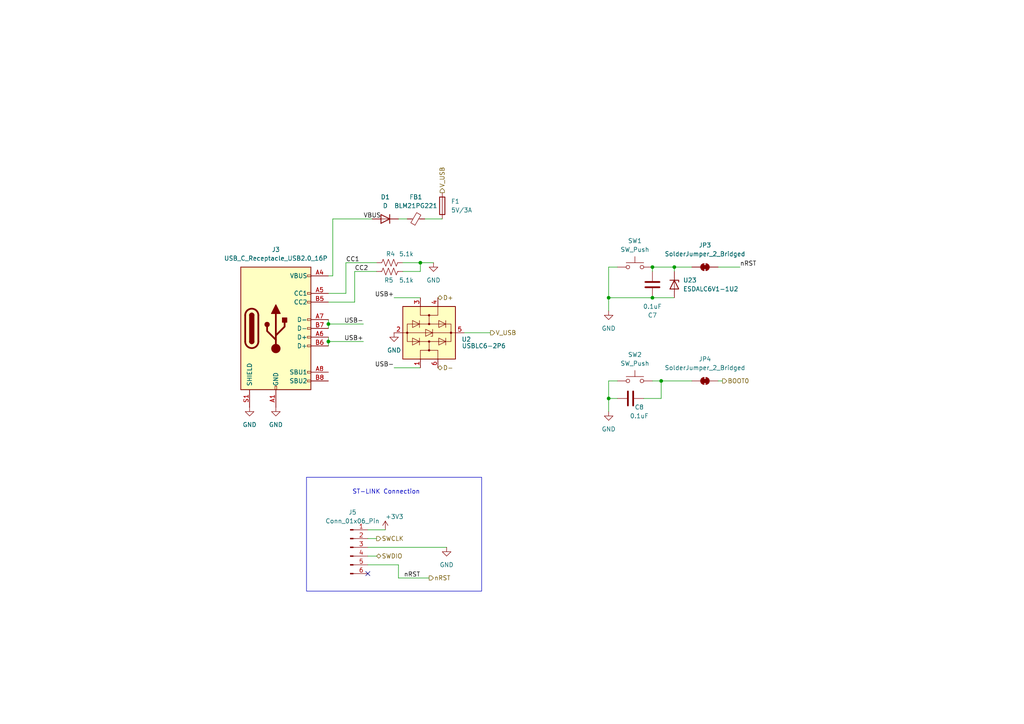
<source format=kicad_sch>
(kicad_sch (version 20250114) (generator "eeschema") (generator_version "9.0")
  (paper "A4")
  (lib_symbols
    (symbol "Connector:Conn_01x06_Pin" (pin_names (offset 1.016) (hide yes))
      (property "Reference" "J" (at 0 7.62 0))
      (property "Value" "Conn_01x06_Pin" (at 0 -10.16 0))
      (symbol "Conn_01x06_Pin_1_1"
        (rectangle (start 0.8636 5.207) (end 0 4.953) (stroke (width 0.1524)) (fill (type outline)))
        (rectangle (start 0.8636 2.667) (end 0 2.413) (stroke (width 0.1524)) (fill (type outline)))
        (rectangle (start 0.8636 0.127) (end 0 -0.127) (stroke (width 0.1524)) (fill (type outline)))
        (rectangle (start 0.8636 -2.413) (end 0 -2.667) (stroke (width 0.1524)) (fill (type outline)))
        (rectangle (start 0.8636 -4.953) (end 0 -5.207) (stroke (width 0.1524)) (fill (type outline)))
        (rectangle (start 0.8636 -7.493) (end 0 -7.747) (stroke (width 0.1524)) (fill (type outline)))
        (polyline (pts (xy 1.27 5.08) (xy 0.8636 5.08)) (stroke (width 0.1524)))
        (polyline (pts (xy 1.27 2.54) (xy 0.8636 2.54)) (stroke (width 0.1524)))
        (polyline (pts (xy 1.27 0) (xy 0.8636 0)) (stroke (width 0.1524)))
        (polyline (pts (xy 1.27 -2.54) (xy 0.8636 -2.54)) (stroke (width 0.1524)))
        (polyline (pts (xy 1.27 -5.08) (xy 0.8636 -5.08)) (stroke (width 0.1524)))
        (polyline (pts (xy 1.27 -7.62) (xy 0.8636 -7.62)) (stroke (width 0.1524)))
        (pin passive line (at 5.08 5.08 180) (length 3.81) (name "Pin_1") (number "1"))
        (pin passive line (at 5.08 2.54 180) (length 3.81) (name "Pin_2") (number "2"))
        (pin passive line (at 5.08 0 180) (length 3.81) (name "Pin_3") (number "3"))
        (pin passive line (at 5.08 -2.54 180) (length 3.81) (name "Pin_4") (number "4"))
        (pin passive line (at 5.08 -5.08 180) (length 3.81) (name "Pin_5") (number "5"))
        (pin passive line (at 5.08 -7.62 180) (length 3.81) (name "Pin_6") (number "6"))
      )
    )
    (symbol "Connector:USB_C_Receptacle_USB2.0_16P" (pin_names (offset 1.016))
      (property "Reference" "J" (at 0 22.225 0))
      (property "Value" "USB_C_Receptacle_USB2.0_16P" (at 0 19.685 0))
      (symbol "USB_C_Receptacle_USB2.0_16P_0_0"
        (rectangle (start -0.254 -17.78) (end 0.254 -16.764))
        (rectangle (start 10.16 15.494) (end 9.144 14.986))
        (rectangle (start 10.16 10.414) (end 9.144 9.906))
        (rectangle (start 10.16 7.874) (end 9.144 7.366))
        (rectangle (start 10.16 2.794) (end 9.144 2.286))
        (rectangle (start 10.16 0.254) (end 9.144 -0.254))
        (rectangle (start 10.16 -2.286) (end 9.144 -2.794))
        (rectangle (start 10.16 -4.826) (end 9.144 -5.334))
        (rectangle (start 10.16 -12.446) (end 9.144 -12.954))
        (rectangle (start 10.16 -14.986) (end 9.144 -15.494))
      )
      (symbol "USB_C_Receptacle_USB2.0_16P_0_1"
        (rectangle (start -10.16 17.78) (end 10.16 -17.78) (stroke (width 0.254)) (fill (type background)))
        (polyline (pts (xy -8.89 -3.81) (xy -8.89 3.81)) (stroke (width 0.508)))
        (rectangle (start -7.62 -3.81) (end -6.35 3.81) (stroke (width 0.254)) (fill (type outline)))
        (arc (start -7.62 3.81) (mid -6.985 4.4423) (end -6.35 3.81) (stroke (width 0.254)))
        (arc (start -7.62 3.81) (mid -6.985 4.4423) (end -6.35 3.81) (stroke (width 0.254)) (fill (type outline)))
        (arc (start -8.89 3.81) (mid -6.985 5.7067) (end -5.08 3.81) (stroke (width 0.508)))
        (arc (start -5.08 -3.81) (mid -6.985 -5.7067) (end -8.89 -3.81) (stroke (width 0.508)))
        (arc (start -6.35 -3.81) (mid -6.985 -4.4423) (end -7.62 -3.81) (stroke (width 0.254)))
        (arc (start -6.35 -3.81) (mid -6.985 -4.4423) (end -7.62 -3.81) (stroke (width 0.254)) (fill (type outline)))
        (polyline (pts (xy -5.08 3.81) (xy -5.08 -3.81)) (stroke (width 0.508)))
        (circle (center -2.54 1.143) (radius 0.635) (stroke (width 0.254)) (fill (type outline)))
        (polyline (pts (xy -1.27 4.318) (xy 0 6.858) (xy 1.27 4.318) (xy -1.27 4.318)) (stroke (width 0.254)) (fill (type outline)))
        (polyline (pts (xy 0 -2.032) (xy 2.54 0.508) (xy 2.54 1.778)) (stroke (width 0.508)))
        (polyline (pts (xy 0 -3.302) (xy -2.54 -0.762) (xy -2.54 0.508)) (stroke (width 0.508)))
        (polyline (pts (xy 0 -5.842) (xy 0 4.318)) (stroke (width 0.508)))
        (circle (center 0 -5.842) (radius 1.27) (fill (type outline)))
        (rectangle (start 1.905 1.778) (end 3.175 3.048) (stroke (width 0.254)) (fill (type outline)))
      )
      (symbol "USB_C_Receptacle_USB2.0_16P_1_1"
        (pin passive line (at -7.62 -22.86 90) (length 5.08) (name "SHIELD") (number "S1"))
        (pin passive line (at 0 -22.86 90) (length 5.08) (name "GND") (number "A1"))
        (pin passive line (at 0 -22.86 90) (length 5.08) (hide yes) (name "GND") (number "A12"))
        (pin passive line (at 0 -22.86 90) (length 5.08) (hide yes) (name "GND") (number "B1"))
        (pin passive line (at 0 -22.86 90) (length 5.08) (hide yes) (name "GND") (number "B12"))
        (pin passive line (at 15.24 15.24 180) (length 5.08) (name "VBUS") (number "A4"))
        (pin passive line (at 15.24 15.24 180) (length 5.08) (hide yes) (name "VBUS") (number "A9"))
        (pin passive line (at 15.24 15.24 180) (length 5.08) (hide yes) (name "VBUS") (number "B4"))
        (pin passive line (at 15.24 15.24 180) (length 5.08) (hide yes) (name "VBUS") (number "B9"))
        (pin bidirectional line (at 15.24 10.16 180) (length 5.08) (name "CC1") (number "A5"))
        (pin bidirectional line (at 15.24 7.62 180) (length 5.08) (name "CC2") (number "B5"))
        (pin bidirectional line (at 15.24 2.54 180) (length 5.08) (name "D-") (number "A7"))
        (pin bidirectional line (at 15.24 0 180) (length 5.08) (name "D-") (number "B7"))
        (pin bidirectional line (at 15.24 -2.54 180) (length 5.08) (name "D+") (number "A6"))
        (pin bidirectional line (at 15.24 -5.08 180) (length 5.08) (name "D+") (number "B6"))
        (pin bidirectional line (at 15.24 -12.7 180) (length 5.08) (name "SBU1") (number "A8"))
        (pin bidirectional line (at 15.24 -15.24 180) (length 5.08) (name "SBU2") (number "B8"))
      )
    )
    (symbol "Device:C" (pin_numbers (hide yes)) (pin_names (offset 0.254))
      (property "Reference" "C" (at 0.635 2.54 0))
      (property "Value" "C" (at 0.635 -2.54 0))
      (symbol "C_0_1"
        (polyline (pts (xy -2.032 0.762) (xy 2.032 0.762)) (stroke (width 0.508)))
        (polyline (pts (xy -2.032 -0.762) (xy 2.032 -0.762)) (stroke (width 0.508)))
      )
      (symbol "C_1_1"
        (pin passive line (at 0 3.81 270) (length 2.794) (name "~") (number "1"))
        (pin passive line (at 0 -3.81 90) (length 2.794) (name "~") (number "2"))
      )
    )
    (symbol "Device:D" (pin_numbers (hide yes)) (pin_names (offset 1.016) (hide yes))
      (property "Reference" "D" (at 0 2.54 0))
      (property "Value" "D" (at 0 -2.54 0))
      (symbol "D_0_1"
        (polyline (pts (xy -1.27 1.27) (xy -1.27 -1.27)) (stroke (width 0.254)))
        (polyline (pts (xy 1.27 1.27) (xy 1.27 -1.27) (xy -1.27 0) (xy 1.27 1.27)) (stroke (width 0.254)))
        (polyline (pts (xy 1.27 0) (xy -1.27 0)))
      )
      (symbol "D_1_1"
        (pin passive line (at -3.81 0 0) (length 2.54) (name "K") (number "1"))
        (pin passive line (at 3.81 0 180) (length 2.54) (name "A") (number "2"))
      )
    )
    (symbol "Device:FerriteBead_Small" (pin_numbers (hide yes)) (pin_names (offset 0))
      (property "Reference" "FB" (at 1.905 1.27 0))
      (property "Value" "FerriteBead_Small" (at 1.905 -1.27 0))
      (symbol "FerriteBead_Small_0_1"
        (polyline (pts (xy -1.8288 0.2794) (xy -1.1176 1.4986) (xy 1.8288 -0.2032) (xy 1.1176 -1.4224) (xy -1.8288 0.2794)))
        (polyline (pts (xy 0 0.889) (xy 0 1.2954)))
        (polyline (pts (xy 0 -1.27) (xy 0 -0.7874)))
      )
      (symbol "FerriteBead_Small_1_1"
        (pin passive line (at 0 2.54 270) (length 1.27) (name "~") (number "1"))
        (pin passive line (at 0 -2.54 90) (length 1.27) (name "~") (number "2"))
      )
    )
    (symbol "Device:Fuse" (pin_numbers (hide yes)) (pin_names (offset 0))
      (property "Reference" "F" (at 2.032 0 90))
      (property "Value" "Fuse" (at -1.905 0 90))
      (symbol "Fuse_0_1"
        (rectangle (start -0.762 -2.54) (end 0.762 2.54) (stroke (width 0.254)))
        (polyline (pts (xy 0 2.54) (xy 0 -2.54)))
      )
      (symbol "Fuse_1_1"
        (pin passive line (at 0 3.81 270) (length 1.27) (name "~") (number "1"))
        (pin passive line (at 0 -3.81 90) (length 1.27) (name "~") (number "2"))
      )
    )
    (symbol "Device:R_US" (pin_numbers (hide yes)) (pin_names (offset 0))
      (property "Reference" "R" (at 2.54 0 90))
      (property "Value" "R_US" (at -2.54 0 90))
      (symbol "R_US_0_1"
        (polyline (pts (xy 0 2.286) (xy 0 2.54)))
        (polyline (pts (xy 0 2.286) (xy 1.016 1.905) (xy 0 1.524) (xy -1.016 1.143) (xy 0 0.762)))
        (polyline (pts (xy 0 0.762) (xy 1.016 0.381) (xy 0 0) (xy -1.016 -0.381) (xy 0 -0.762)))
        (polyline (pts (xy 0 -0.762) (xy 1.016 -1.143) (xy 0 -1.524) (xy -1.016 -1.905) (xy 0 -2.286)))
        (polyline (pts (xy 0 -2.286) (xy 0 -2.54)))
      )
      (symbol "R_US_1_1"
        (pin passive line (at 0 3.81 270) (length 1.27) (name "~") (number "1"))
        (pin passive line (at 0 -3.81 90) (length 1.27) (name "~") (number "2"))
      )
    )
    (symbol "Diode:ESD5Zxx" (pin_numbers (hide yes)) (pin_names (hide yes))
      (property "Reference" "D" (at 0 2.54 0))
      (property "Value" "ESD5Zxx" (at 0 -2.54 0))
      (symbol "ESD5Zxx_0_1"
        (polyline (pts (xy -1.27 -1.27) (xy -1.27 1.27) (xy -0.762 1.27)) (stroke (width 0.254)))
        (polyline (pts (xy 1.27 0) (xy -1.27 0)))
        (polyline (pts (xy 1.27 -1.27) (xy 1.27 1.27) (xy -1.27 0) (xy 1.27 -1.27)) (stroke (width 0.254)))
      )
      (symbol "ESD5Zxx_1_1"
        (pin passive line (at -3.81 0 0) (length 2.54) (name "K") (number "1"))
        (pin passive line (at 3.81 0 180) (length 2.54) (name "A") (number "2"))
      )
    )
    (symbol "Jumper:SolderJumper_2_Bridged" (pin_numbers (hide yes)) (pin_names (offset 0) (hide yes)) (exclude_from_sim yes) (in_bom no)
      (property "Reference" "JP" (at 0 2.032 0))
      (property "Value" "SolderJumper_2_Bridged" (at 0 -2.54 0))
      (symbol "SolderJumper_2_Bridged_0_1"
        (rectangle (start -0.508 0.508) (end 0.508 -0.508) (fill (type outline)))
        (polyline (pts (xy -0.254 1.016) (xy -0.254 -1.016)))
        (arc (start -0.254 -1.016) (mid -1.2656 0) (end -0.254 1.016))
        (arc (start -0.254 -1.016) (mid -1.2656 0) (end -0.254 1.016) (fill (type outline)))
        (arc (start 0.254 1.016) (mid 1.2656 0) (end 0.254 -1.016))
        (arc (start 0.254 1.016) (mid 1.2656 0) (end 0.254 -1.016) (fill (type outline)))
        (polyline (pts (xy 0.254 1.016) (xy 0.254 -1.016)))
      )
      (symbol "SolderJumper_2_Bridged_1_1"
        (pin passive line (at -3.81 0 0) (length 2.54) (name "A") (number "1"))
        (pin passive line (at 3.81 0 180) (length 2.54) (name "B") (number "2"))
      )
    )
    (symbol "Power_Protection:USBLC6-2P6" (pin_names (hide yes))
      (property "Reference" "U" (at 2.54 8.89 0))
      (property "Value" "USBLC6-2P6" (at 2.54 -8.89 0))
      (symbol "USBLC6-2P6_0_1"
        (rectangle (start -7.62 -7.62) (end 7.62 7.62) (stroke (width 0.254)) (fill (type background)))
        (polyline (pts (xy -5.08 2.54) (xy -7.62 2.54)))
        (circle (center -5.08 0) (radius 0.254) (fill (type outline)))
        (polyline (pts (xy -5.08 0) (xy -5.08 -2.54)))
        (polyline (pts (xy -5.08 -2.54) (xy -7.62 -2.54)))
        (polyline (pts (xy -3.556 2.794) (xy -1.524 2.794) (xy -2.54 4.826) (xy -3.556 2.794)))
        (polyline (pts (xy -3.556 -4.826) (xy -1.524 -4.826) (xy -2.54 -2.794) (xy -3.556 -4.826)))
        (rectangle (start -2.54 6.35) (end 2.54 -6.35))
        (circle (center -2.54 0) (radius 0.254) (fill (type outline)))
        (polyline (pts (xy -2.54 0) (xy -5.08 0) (xy -5.08 2.54)))
        (polyline (pts (xy -1.524 4.826) (xy -3.556 4.826)))
        (polyline (pts (xy -1.524 -2.794) (xy -3.556 -2.794)))
        (polyline (pts (xy -1.016 -1.016) (xy 1.016 -1.016) (xy 0 1.016) (xy -1.016 -1.016)))
        (circle (center 0 6.35) (radius 0.254) (fill (type outline)))
        (polyline (pts (xy 0 6.35) (xy 0 7.62)))
        (polyline (pts (xy 0 1.27) (xy 0 6.35)))
        (polyline (pts (xy 0 -6.35) (xy 0 1.27)))
        (circle (center 0 -6.35) (radius 0.254) (fill (type outline)))
        (polyline (pts (xy 0 -7.62) (xy 0 -6.35)))
        (polyline (pts (xy 1.016 1.016) (xy 0.762 1.016) (xy -1.016 1.016) (xy -1.016 0.508)))
        (polyline (pts (xy 1.524 4.826) (xy 3.556 4.826)))
        (polyline (pts (xy 1.524 -2.794) (xy 3.556 -2.794)))
        (polyline (pts (xy 2.54 0) (xy 5.08 0) (xy 5.08 2.54)))
        (circle (center 2.54 0) (radius 0.254) (fill (type outline)))
        (polyline (pts (xy 3.556 2.794) (xy 1.524 2.794) (xy 2.54 4.826) (xy 3.556 2.794)))
        (polyline (pts (xy 3.556 -4.826) (xy 1.524 -4.826) (xy 2.54 -2.794) (xy 3.556 -4.826)))
        (polyline (pts (xy 5.08 2.54) (xy 7.62 2.54)))
        (polyline (pts (xy 5.08 0) (xy 5.08 -2.54)))
        (circle (center 5.08 0) (radius 0.254) (fill (type outline)))
        (polyline (pts (xy 5.08 -2.54) (xy 7.62 -2.54)))
      )
      (symbol "USBLC6-2P6_1_1"
        (pin passive line (at -10.16 2.54 0) (length 2.54) (name "I/O1") (number "6"))
        (pin passive line (at -10.16 -2.54 0) (length 2.54) (name "I/O1") (number "1"))
        (pin passive line (at 0 10.16 270) (length 2.54) (name "VBUS") (number "5"))
        (pin passive line (at 0 -10.16 90) (length 2.54) (name "GND") (number "2"))
        (pin passive line (at 10.16 2.54 180) (length 2.54) (name "I/O2") (number "4"))
        (pin passive line (at 10.16 -2.54 180) (length 2.54) (name "I/O2") (number "3"))
      )
    )
    (symbol "Switch:SW_Push" (pin_numbers (hide yes)) (pin_names (offset 1.016) (hide yes))
      (property "Reference" "SW" (at 1.27 2.54 0))
      (property "Value" "SW_Push" (at 0 -1.524 0))
      (symbol "SW_Push_0_1"
        (circle (center -2.032 0) (radius 0.508))
        (polyline (pts (xy 0 1.27) (xy 0 3.048)))
        (circle (center 2.032 0) (radius 0.508))
        (polyline (pts (xy 2.54 1.27) (xy -2.54 1.27)))
        (pin passive line (at -5.08 0 0) (length 2.54) (name "1") (number "1"))
        (pin passive line (at 5.08 0 180) (length 2.54) (name "2") (number "2"))
      )
    )
    (symbol "power:+3V3" (power) (pin_numbers (hide yes)) (pin_names (offset 0) (hide yes))
      (property "Value" "+3V3" (at 0 3.556 0))
      (symbol "+3V3_0_1"
        (polyline (pts (xy -0.762 1.27) (xy 0 2.54)))
        (polyline (pts (xy 0 2.54) (xy 0.762 1.27)))
        (polyline (pts (xy 0 0) (xy 0 2.54)))
      )
      (symbol "+3V3_1_1"
        (pin power_in line (at 0 0 90) (length 0) (name "~") (number "1"))
      )
    )
    (symbol "power:GND" (power) (pin_numbers (hide yes)) (pin_names (offset 0) (hide yes))
      (property "Value" "GND" (at 0 -3.81 0))
      (symbol "GND_0_1"
        (polyline (pts (xy 0 0) (xy 0 -1.27) (xy 1.27 -1.27) (xy 0 -2.54) (xy -1.27 -1.27) (xy 0 -1.27)))
      )
      (symbol "GND_1_1"
        (pin power_in line (at 0 0 270) (length 0) (name "~") (number "1"))
      )
    )
  )
  (rectangle (start 88.9 138.43) (end 139.7 171.45))
  (text "ST-LINK Connection" (at 112.014 142.748 0) (effects (font (size 1.27 1.27))))
  (junction (at 95.25 93.98))
  (junction (at 95.25 99.06))
  (junction (at 176.53 115.57))
  (junction (at 176.53 86.36))
  (junction (at 189.23 77.47))
  (junction (at 195.58 77.47))
  (junction (at 121.92 76.2))
  (junction (at 189.23 86.36))
  (junction (at 191.77 110.49))
  (no_connect (at 106.68 166.37))
  (wire (pts (xy 208.28 77.47) (xy 214.63 77.47)))
  (wire (pts (xy 176.53 86.36) (xy 176.53 90.17)))
  (wire (pts (xy 96.52 80.01) (xy 96.52 63.5)))
  (wire (pts (xy 176.53 110.49) (xy 179.07 110.49)))
  (wire (pts (xy 121.92 76.2) (xy 121.92 78.74)))
  (wire (pts (xy 106.68 156.21) (xy 109.22 156.21)))
  (wire (pts (xy 189.23 110.49) (xy 191.77 110.49)))
  (wire (pts (xy 95.25 92.71) (xy 95.25 93.98)))
  (wire (pts (xy 195.58 77.47) (xy 195.58 78.74)))
  (wire (pts (xy 186.69 115.57) (xy 191.77 115.57)))
  (wire (pts (xy 176.53 77.47) (xy 179.07 77.47)))
  (wire (pts (xy 115.57 163.83) (xy 106.68 163.83)))
  (wire (pts (xy 195.58 77.47) (xy 200.66 77.47)))
  (wire (pts (xy 176.53 110.49) (xy 176.53 115.57)))
  (wire (pts (xy 121.92 76.2) (xy 125.73 76.2)))
  (wire (pts (xy 134.62 96.52) (xy 142.24 96.52)))
  (wire (pts (xy 109.22 78.74) (xy 102.87 78.74)))
  (wire (pts (xy 118.11 63.5) (xy 115.57 63.5)))
  (wire (pts (xy 176.53 86.36) (xy 189.23 86.36)))
  (wire (pts (xy 95.25 85.09) (xy 100.33 85.09)))
  (wire (pts (xy 189.23 77.47) (xy 195.58 77.47)))
  (wire (pts (xy 115.57 167.64) (xy 124.46 167.64)))
  (wire (pts (xy 95.25 99.06) (xy 95.25 100.33)))
  (wire (pts (xy 128.27 63.5) (xy 123.19 63.5)))
  (wire (pts (xy 106.68 161.29) (xy 109.22 161.29)))
  (wire (pts (xy 189.23 86.36) (xy 195.58 86.36)))
  (wire (pts (xy 115.57 167.64) (xy 115.57 163.83)))
  (wire (pts (xy 208.28 110.49) (xy 209.55 110.49)))
  (wire (pts (xy 176.53 115.57) (xy 176.53 119.38)))
  (wire (pts (xy 176.53 77.47) (xy 176.53 86.36)))
  (wire (pts (xy 116.84 76.2) (xy 121.92 76.2)))
  (wire (pts (xy 114.3 106.68) (xy 121.92 106.68)))
  (wire (pts (xy 114.3 86.36) (xy 121.92 86.36)))
  (wire (pts (xy 95.25 93.98) (xy 95.25 95.25)))
  (wire (pts (xy 106.68 153.67) (xy 111.76 153.67)))
  (wire (pts (xy 102.87 78.74) (xy 102.87 87.63)))
  (wire (pts (xy 95.25 93.98) (xy 105.41 93.98)))
  (wire (pts (xy 100.33 85.09) (xy 100.33 76.2)))
  (wire (pts (xy 191.77 110.49) (xy 200.66 110.49)))
  (wire (pts (xy 116.84 78.74) (xy 121.92 78.74)))
  (wire (pts (xy 95.25 97.79) (xy 95.25 99.06)))
  (wire (pts (xy 191.77 110.49) (xy 191.77 115.57)))
  (wire (pts (xy 95.25 80.01) (xy 96.52 80.01)))
  (wire (pts (xy 176.53 115.57) (xy 179.07 115.57)))
  (wire (pts (xy 95.25 99.06) (xy 105.41 99.06)))
  (wire (pts (xy 100.33 76.2) (xy 109.22 76.2)))
  (wire (pts (xy 106.68 158.75) (xy 129.54 158.75)))
  (wire (pts (xy 189.23 78.74) (xy 189.23 77.47)))
  (wire (pts (xy 102.87 87.63) (xy 95.25 87.63)))
  (wire (pts (xy 96.52 63.5) (xy 107.95 63.5)))
  (label "nRST" (at 214.63 77.47 0))
  (label "CC1" (at 100.33 76.2 0))
  (label "VBUS" (at 105.41 63.5 0))
  (label "USB-" (at 114.3 106.68 180))
  (label "nRST" (at 121.92 167.64 180))
  (label "USB+" (at 105.41 99.06 180))
  (label "USB-" (at 105.41 93.98 180))
  (label "USB+" (at 114.3 86.36 180))
  (label "CC2" (at 102.87 78.74 0))
  (hierarchical_label "SWDIO" (shape bidirectional) (at 109.22 161.29 0))
  (hierarchical_label "D+" (shape bidirectional) (at 127 86.36 0))
  (hierarchical_label "V_USB" (shape output) (at 128.27 55.88 90))
  (hierarchical_label "BOOT0" (shape output) (at 209.55 110.49 0))
  (hierarchical_label "V_USB" (shape output) (at 142.24 96.52 0))
  (hierarchical_label "nRST" (shape output) (at 124.46 167.64 0))
  (hierarchical_label "SWCLK" (shape output) (at 109.22 156.21 0))
  (hierarchical_label "D-" (shape bidirectional) (at 127 106.68 0))
  (symbol (lib_id "Device:C") (at 182.88 115.57 90) (unit 1)
    (property "Reference" "C14" (at 185.42 118.11 90))
    (property "Value" "0.1uF" (at 185.42 120.65 90))
    (property "Footprint" "Capacitor_SMD:C_0603_1608Metric" (effects (hide yes)))
    (property "Description" "Unpolarized capacitor" (effects (hide yes)))
    (instances (project "Test Rocket Board" (path "" (reference "C8") (unit 1))) (project "Test Rocket Board" (path "" (reference "C14") (unit 1))))
  )
  (symbol (lib_id "power:+3V3") (at 111.76 153.67 0) (unit 1)
    (property "Reference" "#PWR033" (effects (hide yes)))
    (property "Value" "+3V3" (at 111.7601 149.86 0) (effects (justify left)))
    (property "Description" "Power symbol creates a global label with name \"+3V3\"" (effects (hide yes)))
    (instances (project "" (path "" (reference "#PWR017") (unit 1))) (project "" (path "" (reference "#PWR033") (unit 1))))
  )
  (symbol (lib_id "Device:R_US") (at 113.03 76.2 90) (unit 1)
    (property "Reference" "R2" (at 113.284 73.66 90))
    (property "Value" "5.1k" (at 117.856 73.66 90))
    (property "Footprint" "Resistor_SMD:R_0603_1608Metric" (effects (hide yes)))
    (property "Description" "Resistor, US symbol" (effects (hide yes)))
    (instances (project "Test Rocket Board" (path "" (reference "R4") (unit 1))) (project "Test Rocket Board" (path "" (reference "R2") (unit 1))))
  )
  (symbol (lib_id "Device:C") (at 189.23 82.55 180) (unit 1)
    (property "Reference" "C13" (at 189.23 91.44 0))
    (property "Value" "0.1uF" (at 189.23 88.9 0))
    (property "Footprint" "Capacitor_SMD:C_0603_1608Metric" (effects (hide yes)))
    (property "Description" "Unpolarized capacitor" (effects (hide yes)))
    (instances (project "" (path "" (reference "C7") (unit 1))) (project "" (path "" (reference "C13") (unit 1))))
  )
  (symbol (lib_id "Device:R_US") (at 113.03 78.74 90) (unit 1)
    (property "Reference" "R3" (at 112.776 81.28 90))
    (property "Value" "5.1k" (at 117.856 81.28 90))
    (property "Footprint" "Resistor_SMD:R_0603_1608Metric" (effects (hide yes)))
    (property "Description" "Resistor, US symbol" (effects (hide yes)))
    (instances (project "Test Rocket Board" (path "" (reference "R5") (unit 1))) (project "Test Rocket Board" (path "" (reference "R3") (unit 1))))
  )
  (symbol (lib_id "power:GND") (at 129.54 158.75 0) (unit 1)
    (property "Reference" "#PWR067" (effects (hide yes)))
    (property "Value" "GND" (at 129.54 163.83 0))
    (property "Description" "Power symbol creates a global label with name \"GND\" , ground" (effects (hide yes)))
  )
  (symbol (lib_id "power:GND") (at 72.39 118.11 0) (unit 1)
    (property "Reference" "#PWR030" (effects (hide yes)))
    (property "Value" "GND" (at 72.39 123.19 0))
    (property "Description" "Power symbol creates a global label with name \"GND\" , ground" (effects (hide yes)))
    (instances (project "Test Rocket Board" (path "" (reference "#PWR014") (unit 1))) (project "Test Rocket Board" (path "" (reference "#PWR030") (unit 1))))
  )
  (symbol (lib_id "Jumper:SolderJumper_2_Bridged") (at 204.47 110.49 0) (unit 1) (exclude_from_sim yes) (in_bom no)
    (property "Reference" "JP4" (at 204.47 104.14 0))
    (property "Value" "SolderJumper_2_Bridged" (at 204.47 106.68 0))
    (property "Footprint" "Jumper:SolderJumper-2_P1.3mm_Bridged_Pad1.0x1.5mm" (effects (hide yes)))
    (property "Description" "Solder Jumper, 2-pole, closed/bridged" (effects (hide yes)))
  )
  (symbol (lib_id "Switch:SW_Push") (at 184.15 110.49 0) (unit 1)
    (property "Reference" "SW2" (at 184.15 102.87 0))
    (property "Value" "SW_Push" (at 184.15 105.41 0))
    (property "Footprint" "Button_Switch_SMD:SW_SPST_EVPBF" (effects (hide yes)))
    (property "Description" "Push button switch, generic, two pins" (effects (hide yes)))
  )
  (symbol (lib_id "power:GND") (at 176.53 119.38 0) (mirror y) (unit 1)
    (property "Reference" "#PWR037" (effects (hide yes)))
    (property "Value" "GND" (at 176.53 124.46 0))
    (property "Description" "Power symbol creates a global label with name \"GND\" , ground" (effects (hide yes)))
    (instances (project "Test Rocket Board" (path "" (reference "#PWR021") (unit 1))) (project "Test Rocket Board" (path "" (reference "#PWR037") (unit 1))))
  )
  (symbol (lib_id "Diode:ESD5Zxx") (at 195.58 82.55 270) (unit 1)
    (property "Reference" "U23" (at 198.12 81.2799 90) (effects (justify left)))
    (property "Value" "ESDALC6V1-1U2" (at 198.12 83.8199 90) (effects (justify left)))
    (property "Footprint" "Diode_SMD:D_SOD-523" (effects (hide yes)))
    (property "Datasheet" "https://www.onsemi.com/pdf/datasheet/esd5z2.5t1-d.pdf" (effects (hide yes)))
    (property "Description" "ESD Protection Diode, SOD-523" (effects (hide yes)))
  )
  (symbol (lib_id "Jumper:SolderJumper_2_Bridged") (at 204.47 77.47 0) (unit 1) (exclude_from_sim yes) (in_bom no)
    (property "Reference" "JP3" (at 204.47 71.12 0))
    (property "Value" "SolderJumper_2_Bridged" (at 204.47 73.66 0))
    (property "Footprint" "Jumper:SolderJumper-2_P1.3mm_Bridged_Pad1.0x1.5mm" (effects (hide yes)))
    (property "Description" "Solder Jumper, 2-pole, closed/bridged" (effects (hide yes)))
  )
  (symbol (lib_id "Connector:USB_C_Receptacle_USB2.0_16P") (at 80.01 95.25 0) (unit 1)
    (property "Reference" "J4" (at 80.01 72.39 0))
    (property "Value" "USB_C_Receptacle_USB2.0_16P" (at 80.01 74.93 0))
    (property "Footprint" "Connector_USB:USB_C_Receptacle_HRO_TYPE-C-31-M-12" (effects (hide yes)))
    (property "Datasheet" "https://www.usb.org/sites/default/files/documents/usb_type-c.zip" (effects (hide yes)))
    (property "Description" "USB 2.0-only 16P Type-C Receptacle connector" (effects (hide yes)))
    (instances (project "" (path "" (reference "J3") (unit 1))) (project "" (path "" (reference "J4") (unit 1))))
  )
  (symbol (lib_id "Device:Fuse") (at 128.27 59.69 0) (unit 1)
    (property "Reference" "F1" (at 130.81 58.4199 0) (effects (justify left)))
    (property "Value" "5V/3A" (at 130.81 60.9599 0) (effects (justify left)))
    (property "Footprint" "Fuse:Fuse_0603_1608Metric" (effects (hide yes)))
    (property "Description" "Fuse" (effects (hide yes)))
  )
  (symbol (lib_id "Power_Protection:USBLC6-2P6") (at 124.46 96.52 270) (mirror x) (unit 1)
    (property "Reference" "U8" (at 135.255 98.425 90))
    (property "Value" "USBLC6-2P6" (at 140.335 100.33 90))
    (property "Footprint" "Package_TO_SOT_SMD:SOT-666" (effects (hide yes)))
    (property "Datasheet" "https://www.st.com/resource/en/datasheet/usblc6-2.pdf" (effects (hide yes)))
    (instances (project "Test Rocket Board" (path "" (reference "U2") (unit 1))) (project "Test Rocket Board" (path "" (reference "U8") (unit 1))))
  )
  (symbol (lib_id "power:GND") (at 176.53 90.17 0) (mirror y) (unit 1)
    (property "Reference" "#PWR036" (effects (hide yes)))
    (property "Value" "GND" (at 176.53 95.25 0))
    (property "Description" "Power symbol creates a global label with name \"GND\" , ground" (effects (hide yes)))
    (instances (project "" (path "" (reference "#PWR020") (unit 1))) (project "" (path "" (reference "#PWR036") (unit 1))))
  )
  (symbol (lib_id "power:GND") (at 114.3 96.52 0) (unit 1)
    (property "Reference" "#PWR032" (effects (hide yes)))
    (property "Value" "GND" (at 114.3 101.6 0))
    (property "Description" "Power symbol creates a global label with name \"GND\" , ground" (effects (hide yes)))
    (instances (project "" (path "" (reference "#PWR016") (unit 1))) (project "" (path "" (reference "#PWR032") (unit 1))))
  )
  (symbol (lib_id "Switch:SW_Push") (at 184.15 77.47 0) (unit 1)
    (property "Reference" "SW1" (at 184.15 69.85 0))
    (property "Value" "SW_Push" (at 184.15 72.39 0))
    (property "Footprint" "Button_Switch_SMD:SW_SPST_EVPBF" (effects (hide yes)))
    (property "Description" "Push button switch, generic, two pins" (effects (hide yes)))
  )
  (symbol (lib_id "Device:FerriteBead_Small") (at 120.65 63.5 90) (unit 1)
    (property "Reference" "FB1" (at 120.6119 57.15 90))
    (property "Value" "BLM21PG221" (at 120.6119 59.69 90))
    (property "Footprint" "Inductor_SMD:L_0603_1608Metric_Pad1.05x0.95mm_HandSolder" (effects (hide yes)))
  )
  (symbol (lib_id "power:GND") (at 80.01 118.11 0) (unit 1)
    (property "Reference" "#PWR031" (effects (hide yes)))
    (property "Value" "GND" (at 80.01 123.19 0))
    (property "Description" "Power symbol creates a global label with name \"GND\" , ground" (effects (hide yes)))
    (instances (project "" (path "" (reference "#PWR015") (unit 1))) (project "" (path "" (reference "#PWR031") (unit 1))))
  )
  (symbol (lib_id "Connector:Conn_01x06_Pin") (at 101.6 158.75 0) (unit 1)
    (property "Reference" "J5" (at 102.235 148.59 0))
    (property "Value" "Conn_01x06_Pin" (at 102.235 151.13 0))
    (property "Footprint" "Connector_PinHeader_2.54mm:PinHeader_1x06_P2.54mm_Vertical" (effects (hide yes)))
    (property "Description" "Generic connector, single row, 01x06, script generated" (effects (hide yes)))
  )
  (symbol (lib_id "Device:D") (at 111.76 63.5 180) (unit 1)
    (property "Reference" "D1" (at 111.76 57.15 0))
    (property "Value" "D" (at 111.76 59.69 0))
    (property "Footprint" "Diode_SMD:D_0603_1608Metric" (effects (hide yes)))
    (property "Description" "Diode" (effects (hide yes)))
    (property "Sim.Device" "D" (effects (hide yes)))
    (property "Sim.Pins" "1=K 2=A" (effects (hide yes)))
  )
  (symbol (lib_id "power:GND") (at 125.73 76.2 0) (unit 1)
    (property "Reference" "#PWR034" (effects (hide yes)))
    (property "Value" "GND" (at 125.73 81.28 0))
    (property "Description" "Power symbol creates a global label with name \"GND\" , ground" (effects (hide yes)))
    (instances (project "Test Rocket Board" (path "" (reference "#PWR018") (unit 1))) (project "Test Rocket Board" (path "" (reference "#PWR034") (unit 1))))
  )
)
</source>
